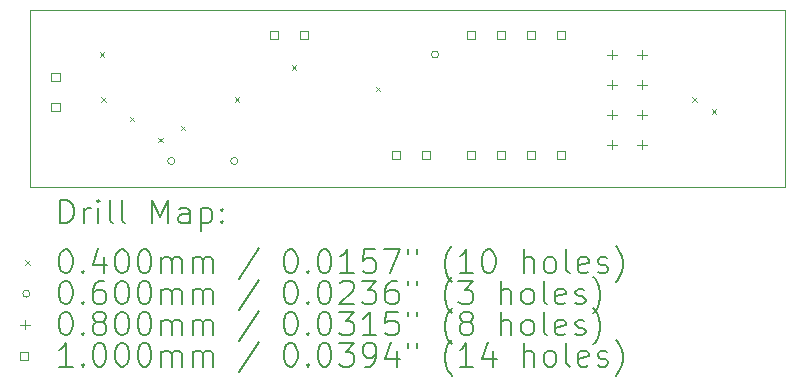
<source format=gbr>
%TF.GenerationSoftware,KiCad,Pcbnew,6.0.11*%
%TF.CreationDate,2024-08-22T19:43:11+01:00*%
%TF.ProjectId,ESPower,4553506f-7765-4722-9e6b-696361645f70,rev?*%
%TF.SameCoordinates,PX4f54d68PY59a0560*%
%TF.FileFunction,Drillmap*%
%TF.FilePolarity,Positive*%
%FSLAX45Y45*%
G04 Gerber Fmt 4.5, Leading zero omitted, Abs format (unit mm)*
G04 Created by KiCad (PCBNEW 6.0.11) date 2024-08-22 19:43:11*
%MOMM*%
%LPD*%
G01*
G04 APERTURE LIST*
%ADD10C,0.050000*%
%ADD11C,0.200000*%
%ADD12C,0.040000*%
%ADD13C,0.060000*%
%ADD14C,0.080000*%
%ADD15C,0.100000*%
G04 APERTURE END LIST*
D10*
X0Y-1498600D02*
X0Y0D01*
X0Y0D02*
X6388100Y0D01*
X6388100Y-1498600D02*
X0Y-1498600D01*
X6388100Y0D02*
X6388100Y-1498600D01*
D11*
D12*
X589600Y-361000D02*
X629600Y-401000D01*
X629600Y-361000D02*
X589600Y-401000D01*
X602300Y-742000D02*
X642300Y-782000D01*
X642300Y-742000D02*
X602300Y-782000D01*
X843600Y-907100D02*
X883600Y-947100D01*
X883600Y-907100D02*
X843600Y-947100D01*
X1084900Y-1084900D02*
X1124900Y-1124900D01*
X1124900Y-1084900D02*
X1084900Y-1124900D01*
X1275400Y-983300D02*
X1315400Y-1023300D01*
X1315400Y-983300D02*
X1275400Y-1023300D01*
X1732600Y-742000D02*
X1772600Y-782000D01*
X1772600Y-742000D02*
X1732600Y-782000D01*
X2213900Y-474000D02*
X2253900Y-514000D01*
X2253900Y-474000D02*
X2213900Y-514000D01*
X2926400Y-653100D02*
X2966400Y-693100D01*
X2966400Y-653100D02*
X2926400Y-693100D01*
X5606100Y-742000D02*
X5646100Y-782000D01*
X5646100Y-742000D02*
X5606100Y-782000D01*
X5771200Y-843600D02*
X5811200Y-883600D01*
X5811200Y-843600D02*
X5771200Y-883600D01*
D13*
X1223800Y-1282700D02*
G75*
G03*
X1223800Y-1282700I-30000J0D01*
G01*
X1757200Y-1282700D02*
G75*
G03*
X1757200Y-1282700I-30000J0D01*
G01*
X3459000Y-381000D02*
G75*
G03*
X3459000Y-381000I-30000J0D01*
G01*
D14*
X4927600Y-341000D02*
X4927600Y-421000D01*
X4887600Y-381000D02*
X4967600Y-381000D01*
X4927600Y-595000D02*
X4927600Y-675000D01*
X4887600Y-635000D02*
X4967600Y-635000D01*
X4927600Y-849000D02*
X4927600Y-929000D01*
X4887600Y-889000D02*
X4967600Y-889000D01*
X4927600Y-1103000D02*
X4927600Y-1183000D01*
X4887600Y-1143000D02*
X4967600Y-1143000D01*
X5181600Y-341000D02*
X5181600Y-421000D01*
X5141600Y-381000D02*
X5221600Y-381000D01*
X5181600Y-595000D02*
X5181600Y-675000D01*
X5141600Y-635000D02*
X5221600Y-635000D01*
X5181600Y-849000D02*
X5181600Y-929000D01*
X5141600Y-889000D02*
X5221600Y-889000D01*
X5181600Y-1103000D02*
X5181600Y-1183000D01*
X5141600Y-1143000D02*
X5221600Y-1143000D01*
D15*
X251256Y-606856D02*
X251256Y-536144D01*
X180544Y-536144D01*
X180544Y-606856D01*
X251256Y-606856D01*
X251256Y-860856D02*
X251256Y-790144D01*
X180544Y-790144D01*
X180544Y-860856D01*
X251256Y-860856D01*
X2102956Y-251256D02*
X2102956Y-180544D01*
X2032244Y-180544D01*
X2032244Y-251256D01*
X2102956Y-251256D01*
X2356956Y-251256D02*
X2356956Y-180544D01*
X2286244Y-180544D01*
X2286244Y-251256D01*
X2356956Y-251256D01*
X3134156Y-1267256D02*
X3134156Y-1196544D01*
X3063444Y-1196544D01*
X3063444Y-1267256D01*
X3134156Y-1267256D01*
X3388156Y-1267256D02*
X3388156Y-1196544D01*
X3317444Y-1196544D01*
X3317444Y-1267256D01*
X3388156Y-1267256D01*
X3769156Y-251256D02*
X3769156Y-180544D01*
X3698444Y-180544D01*
X3698444Y-251256D01*
X3769156Y-251256D01*
X3769156Y-1267256D02*
X3769156Y-1196544D01*
X3698444Y-1196544D01*
X3698444Y-1267256D01*
X3769156Y-1267256D01*
X4023156Y-251256D02*
X4023156Y-180544D01*
X3952444Y-180544D01*
X3952444Y-251256D01*
X4023156Y-251256D01*
X4023156Y-1267256D02*
X4023156Y-1196544D01*
X3952444Y-1196544D01*
X3952444Y-1267256D01*
X4023156Y-1267256D01*
X4277156Y-251256D02*
X4277156Y-180544D01*
X4206444Y-180544D01*
X4206444Y-251256D01*
X4277156Y-251256D01*
X4277156Y-1267256D02*
X4277156Y-1196544D01*
X4206444Y-1196544D01*
X4206444Y-1267256D01*
X4277156Y-1267256D01*
X4531156Y-251256D02*
X4531156Y-180544D01*
X4460444Y-180544D01*
X4460444Y-251256D01*
X4531156Y-251256D01*
X4531156Y-1267256D02*
X4531156Y-1196544D01*
X4460444Y-1196544D01*
X4460444Y-1267256D01*
X4531156Y-1267256D01*
D11*
X255119Y-1811576D02*
X255119Y-1611576D01*
X302738Y-1611576D01*
X331310Y-1621100D01*
X350357Y-1640148D01*
X359881Y-1659195D01*
X369405Y-1697290D01*
X369405Y-1725862D01*
X359881Y-1763957D01*
X350357Y-1783005D01*
X331310Y-1802052D01*
X302738Y-1811576D01*
X255119Y-1811576D01*
X455119Y-1811576D02*
X455119Y-1678243D01*
X455119Y-1716338D02*
X464643Y-1697290D01*
X474167Y-1687767D01*
X493214Y-1678243D01*
X512262Y-1678243D01*
X578929Y-1811576D02*
X578929Y-1678243D01*
X578929Y-1611576D02*
X569405Y-1621100D01*
X578929Y-1630624D01*
X588452Y-1621100D01*
X578929Y-1611576D01*
X578929Y-1630624D01*
X702738Y-1811576D02*
X683690Y-1802052D01*
X674167Y-1783005D01*
X674167Y-1611576D01*
X807500Y-1811576D02*
X788452Y-1802052D01*
X778928Y-1783005D01*
X778928Y-1611576D01*
X1036071Y-1811576D02*
X1036071Y-1611576D01*
X1102738Y-1754433D01*
X1169405Y-1611576D01*
X1169405Y-1811576D01*
X1350357Y-1811576D02*
X1350357Y-1706814D01*
X1340833Y-1687767D01*
X1321786Y-1678243D01*
X1283690Y-1678243D01*
X1264643Y-1687767D01*
X1350357Y-1802052D02*
X1331310Y-1811576D01*
X1283690Y-1811576D01*
X1264643Y-1802052D01*
X1255119Y-1783005D01*
X1255119Y-1763957D01*
X1264643Y-1744909D01*
X1283690Y-1735386D01*
X1331310Y-1735386D01*
X1350357Y-1725862D01*
X1445595Y-1678243D02*
X1445595Y-1878243D01*
X1445595Y-1687767D02*
X1464643Y-1678243D01*
X1502738Y-1678243D01*
X1521786Y-1687767D01*
X1531309Y-1697290D01*
X1540833Y-1716338D01*
X1540833Y-1773481D01*
X1531309Y-1792528D01*
X1521786Y-1802052D01*
X1502738Y-1811576D01*
X1464643Y-1811576D01*
X1445595Y-1802052D01*
X1626548Y-1792528D02*
X1636071Y-1802052D01*
X1626548Y-1811576D01*
X1617024Y-1802052D01*
X1626548Y-1792528D01*
X1626548Y-1811576D01*
X1626548Y-1687767D02*
X1636071Y-1697290D01*
X1626548Y-1706814D01*
X1617024Y-1697290D01*
X1626548Y-1687767D01*
X1626548Y-1706814D01*
D12*
X-42500Y-2121100D02*
X-2500Y-2161100D01*
X-2500Y-2121100D02*
X-42500Y-2161100D01*
D11*
X293214Y-2031576D02*
X312262Y-2031576D01*
X331310Y-2041100D01*
X340833Y-2050624D01*
X350357Y-2069671D01*
X359881Y-2107767D01*
X359881Y-2155386D01*
X350357Y-2193481D01*
X340833Y-2212529D01*
X331310Y-2222052D01*
X312262Y-2231576D01*
X293214Y-2231576D01*
X274167Y-2222052D01*
X264643Y-2212529D01*
X255119Y-2193481D01*
X245595Y-2155386D01*
X245595Y-2107767D01*
X255119Y-2069671D01*
X264643Y-2050624D01*
X274167Y-2041100D01*
X293214Y-2031576D01*
X445595Y-2212529D02*
X455119Y-2222052D01*
X445595Y-2231576D01*
X436071Y-2222052D01*
X445595Y-2212529D01*
X445595Y-2231576D01*
X626548Y-2098243D02*
X626548Y-2231576D01*
X578929Y-2022052D02*
X531310Y-2164910D01*
X655119Y-2164910D01*
X769405Y-2031576D02*
X788452Y-2031576D01*
X807500Y-2041100D01*
X817024Y-2050624D01*
X826548Y-2069671D01*
X836071Y-2107767D01*
X836071Y-2155386D01*
X826548Y-2193481D01*
X817024Y-2212529D01*
X807500Y-2222052D01*
X788452Y-2231576D01*
X769405Y-2231576D01*
X750357Y-2222052D01*
X740833Y-2212529D01*
X731309Y-2193481D01*
X721786Y-2155386D01*
X721786Y-2107767D01*
X731309Y-2069671D01*
X740833Y-2050624D01*
X750357Y-2041100D01*
X769405Y-2031576D01*
X959881Y-2031576D02*
X978928Y-2031576D01*
X997976Y-2041100D01*
X1007500Y-2050624D01*
X1017024Y-2069671D01*
X1026548Y-2107767D01*
X1026548Y-2155386D01*
X1017024Y-2193481D01*
X1007500Y-2212529D01*
X997976Y-2222052D01*
X978928Y-2231576D01*
X959881Y-2231576D01*
X940833Y-2222052D01*
X931309Y-2212529D01*
X921786Y-2193481D01*
X912262Y-2155386D01*
X912262Y-2107767D01*
X921786Y-2069671D01*
X931309Y-2050624D01*
X940833Y-2041100D01*
X959881Y-2031576D01*
X1112262Y-2231576D02*
X1112262Y-2098243D01*
X1112262Y-2117290D02*
X1121786Y-2107767D01*
X1140833Y-2098243D01*
X1169405Y-2098243D01*
X1188452Y-2107767D01*
X1197976Y-2126814D01*
X1197976Y-2231576D01*
X1197976Y-2126814D02*
X1207500Y-2107767D01*
X1226548Y-2098243D01*
X1255119Y-2098243D01*
X1274167Y-2107767D01*
X1283690Y-2126814D01*
X1283690Y-2231576D01*
X1378929Y-2231576D02*
X1378929Y-2098243D01*
X1378929Y-2117290D02*
X1388452Y-2107767D01*
X1407500Y-2098243D01*
X1436071Y-2098243D01*
X1455119Y-2107767D01*
X1464643Y-2126814D01*
X1464643Y-2231576D01*
X1464643Y-2126814D02*
X1474167Y-2107767D01*
X1493214Y-2098243D01*
X1521786Y-2098243D01*
X1540833Y-2107767D01*
X1550357Y-2126814D01*
X1550357Y-2231576D01*
X1940833Y-2022052D02*
X1769405Y-2279195D01*
X2197976Y-2031576D02*
X2217024Y-2031576D01*
X2236071Y-2041100D01*
X2245595Y-2050624D01*
X2255119Y-2069671D01*
X2264643Y-2107767D01*
X2264643Y-2155386D01*
X2255119Y-2193481D01*
X2245595Y-2212529D01*
X2236071Y-2222052D01*
X2217024Y-2231576D01*
X2197976Y-2231576D01*
X2178929Y-2222052D01*
X2169405Y-2212529D01*
X2159881Y-2193481D01*
X2150357Y-2155386D01*
X2150357Y-2107767D01*
X2159881Y-2069671D01*
X2169405Y-2050624D01*
X2178929Y-2041100D01*
X2197976Y-2031576D01*
X2350357Y-2212529D02*
X2359881Y-2222052D01*
X2350357Y-2231576D01*
X2340833Y-2222052D01*
X2350357Y-2212529D01*
X2350357Y-2231576D01*
X2483690Y-2031576D02*
X2502738Y-2031576D01*
X2521786Y-2041100D01*
X2531310Y-2050624D01*
X2540833Y-2069671D01*
X2550357Y-2107767D01*
X2550357Y-2155386D01*
X2540833Y-2193481D01*
X2531310Y-2212529D01*
X2521786Y-2222052D01*
X2502738Y-2231576D01*
X2483690Y-2231576D01*
X2464643Y-2222052D01*
X2455119Y-2212529D01*
X2445595Y-2193481D01*
X2436071Y-2155386D01*
X2436071Y-2107767D01*
X2445595Y-2069671D01*
X2455119Y-2050624D01*
X2464643Y-2041100D01*
X2483690Y-2031576D01*
X2740833Y-2231576D02*
X2626548Y-2231576D01*
X2683690Y-2231576D02*
X2683690Y-2031576D01*
X2664643Y-2060148D01*
X2645595Y-2079195D01*
X2626548Y-2088719D01*
X2921786Y-2031576D02*
X2826548Y-2031576D01*
X2817024Y-2126814D01*
X2826548Y-2117290D01*
X2845595Y-2107767D01*
X2893214Y-2107767D01*
X2912262Y-2117290D01*
X2921786Y-2126814D01*
X2931309Y-2145862D01*
X2931309Y-2193481D01*
X2921786Y-2212529D01*
X2912262Y-2222052D01*
X2893214Y-2231576D01*
X2845595Y-2231576D01*
X2826548Y-2222052D01*
X2817024Y-2212529D01*
X2997976Y-2031576D02*
X3131309Y-2031576D01*
X3045595Y-2231576D01*
X3197976Y-2031576D02*
X3197976Y-2069671D01*
X3274167Y-2031576D02*
X3274167Y-2069671D01*
X3569405Y-2307767D02*
X3559881Y-2298243D01*
X3540833Y-2269671D01*
X3531309Y-2250624D01*
X3521786Y-2222052D01*
X3512262Y-2174433D01*
X3512262Y-2136338D01*
X3521786Y-2088719D01*
X3531309Y-2060148D01*
X3540833Y-2041100D01*
X3559881Y-2012528D01*
X3569405Y-2003005D01*
X3750357Y-2231576D02*
X3636071Y-2231576D01*
X3693214Y-2231576D02*
X3693214Y-2031576D01*
X3674167Y-2060148D01*
X3655119Y-2079195D01*
X3636071Y-2088719D01*
X3874167Y-2031576D02*
X3893214Y-2031576D01*
X3912262Y-2041100D01*
X3921786Y-2050624D01*
X3931309Y-2069671D01*
X3940833Y-2107767D01*
X3940833Y-2155386D01*
X3931309Y-2193481D01*
X3921786Y-2212529D01*
X3912262Y-2222052D01*
X3893214Y-2231576D01*
X3874167Y-2231576D01*
X3855119Y-2222052D01*
X3845595Y-2212529D01*
X3836071Y-2193481D01*
X3826548Y-2155386D01*
X3826548Y-2107767D01*
X3836071Y-2069671D01*
X3845595Y-2050624D01*
X3855119Y-2041100D01*
X3874167Y-2031576D01*
X4178928Y-2231576D02*
X4178928Y-2031576D01*
X4264643Y-2231576D02*
X4264643Y-2126814D01*
X4255119Y-2107767D01*
X4236071Y-2098243D01*
X4207500Y-2098243D01*
X4188452Y-2107767D01*
X4178928Y-2117290D01*
X4388452Y-2231576D02*
X4369405Y-2222052D01*
X4359881Y-2212529D01*
X4350357Y-2193481D01*
X4350357Y-2136338D01*
X4359881Y-2117290D01*
X4369405Y-2107767D01*
X4388452Y-2098243D01*
X4417024Y-2098243D01*
X4436071Y-2107767D01*
X4445595Y-2117290D01*
X4455119Y-2136338D01*
X4455119Y-2193481D01*
X4445595Y-2212529D01*
X4436071Y-2222052D01*
X4417024Y-2231576D01*
X4388452Y-2231576D01*
X4569405Y-2231576D02*
X4550357Y-2222052D01*
X4540833Y-2203005D01*
X4540833Y-2031576D01*
X4721786Y-2222052D02*
X4702738Y-2231576D01*
X4664643Y-2231576D01*
X4645595Y-2222052D01*
X4636071Y-2203005D01*
X4636071Y-2126814D01*
X4645595Y-2107767D01*
X4664643Y-2098243D01*
X4702738Y-2098243D01*
X4721786Y-2107767D01*
X4731310Y-2126814D01*
X4731310Y-2145862D01*
X4636071Y-2164910D01*
X4807500Y-2222052D02*
X4826548Y-2231576D01*
X4864643Y-2231576D01*
X4883690Y-2222052D01*
X4893214Y-2203005D01*
X4893214Y-2193481D01*
X4883690Y-2174433D01*
X4864643Y-2164910D01*
X4836071Y-2164910D01*
X4817024Y-2155386D01*
X4807500Y-2136338D01*
X4807500Y-2126814D01*
X4817024Y-2107767D01*
X4836071Y-2098243D01*
X4864643Y-2098243D01*
X4883690Y-2107767D01*
X4959881Y-2307767D02*
X4969405Y-2298243D01*
X4988452Y-2269671D01*
X4997976Y-2250624D01*
X5007500Y-2222052D01*
X5017024Y-2174433D01*
X5017024Y-2136338D01*
X5007500Y-2088719D01*
X4997976Y-2060148D01*
X4988452Y-2041100D01*
X4969405Y-2012528D01*
X4959881Y-2003005D01*
D13*
X-2500Y-2405100D02*
G75*
G03*
X-2500Y-2405100I-30000J0D01*
G01*
D11*
X293214Y-2295576D02*
X312262Y-2295576D01*
X331310Y-2305100D01*
X340833Y-2314624D01*
X350357Y-2333671D01*
X359881Y-2371767D01*
X359881Y-2419386D01*
X350357Y-2457481D01*
X340833Y-2476529D01*
X331310Y-2486052D01*
X312262Y-2495576D01*
X293214Y-2495576D01*
X274167Y-2486052D01*
X264643Y-2476529D01*
X255119Y-2457481D01*
X245595Y-2419386D01*
X245595Y-2371767D01*
X255119Y-2333671D01*
X264643Y-2314624D01*
X274167Y-2305100D01*
X293214Y-2295576D01*
X445595Y-2476529D02*
X455119Y-2486052D01*
X445595Y-2495576D01*
X436071Y-2486052D01*
X445595Y-2476529D01*
X445595Y-2495576D01*
X626548Y-2295576D02*
X588452Y-2295576D01*
X569405Y-2305100D01*
X559881Y-2314624D01*
X540833Y-2343195D01*
X531310Y-2381290D01*
X531310Y-2457481D01*
X540833Y-2476529D01*
X550357Y-2486052D01*
X569405Y-2495576D01*
X607500Y-2495576D01*
X626548Y-2486052D01*
X636071Y-2476529D01*
X645595Y-2457481D01*
X645595Y-2409862D01*
X636071Y-2390814D01*
X626548Y-2381290D01*
X607500Y-2371767D01*
X569405Y-2371767D01*
X550357Y-2381290D01*
X540833Y-2390814D01*
X531310Y-2409862D01*
X769405Y-2295576D02*
X788452Y-2295576D01*
X807500Y-2305100D01*
X817024Y-2314624D01*
X826548Y-2333671D01*
X836071Y-2371767D01*
X836071Y-2419386D01*
X826548Y-2457481D01*
X817024Y-2476529D01*
X807500Y-2486052D01*
X788452Y-2495576D01*
X769405Y-2495576D01*
X750357Y-2486052D01*
X740833Y-2476529D01*
X731309Y-2457481D01*
X721786Y-2419386D01*
X721786Y-2371767D01*
X731309Y-2333671D01*
X740833Y-2314624D01*
X750357Y-2305100D01*
X769405Y-2295576D01*
X959881Y-2295576D02*
X978928Y-2295576D01*
X997976Y-2305100D01*
X1007500Y-2314624D01*
X1017024Y-2333671D01*
X1026548Y-2371767D01*
X1026548Y-2419386D01*
X1017024Y-2457481D01*
X1007500Y-2476529D01*
X997976Y-2486052D01*
X978928Y-2495576D01*
X959881Y-2495576D01*
X940833Y-2486052D01*
X931309Y-2476529D01*
X921786Y-2457481D01*
X912262Y-2419386D01*
X912262Y-2371767D01*
X921786Y-2333671D01*
X931309Y-2314624D01*
X940833Y-2305100D01*
X959881Y-2295576D01*
X1112262Y-2495576D02*
X1112262Y-2362243D01*
X1112262Y-2381290D02*
X1121786Y-2371767D01*
X1140833Y-2362243D01*
X1169405Y-2362243D01*
X1188452Y-2371767D01*
X1197976Y-2390814D01*
X1197976Y-2495576D01*
X1197976Y-2390814D02*
X1207500Y-2371767D01*
X1226548Y-2362243D01*
X1255119Y-2362243D01*
X1274167Y-2371767D01*
X1283690Y-2390814D01*
X1283690Y-2495576D01*
X1378929Y-2495576D02*
X1378929Y-2362243D01*
X1378929Y-2381290D02*
X1388452Y-2371767D01*
X1407500Y-2362243D01*
X1436071Y-2362243D01*
X1455119Y-2371767D01*
X1464643Y-2390814D01*
X1464643Y-2495576D01*
X1464643Y-2390814D02*
X1474167Y-2371767D01*
X1493214Y-2362243D01*
X1521786Y-2362243D01*
X1540833Y-2371767D01*
X1550357Y-2390814D01*
X1550357Y-2495576D01*
X1940833Y-2286052D02*
X1769405Y-2543195D01*
X2197976Y-2295576D02*
X2217024Y-2295576D01*
X2236071Y-2305100D01*
X2245595Y-2314624D01*
X2255119Y-2333671D01*
X2264643Y-2371767D01*
X2264643Y-2419386D01*
X2255119Y-2457481D01*
X2245595Y-2476529D01*
X2236071Y-2486052D01*
X2217024Y-2495576D01*
X2197976Y-2495576D01*
X2178929Y-2486052D01*
X2169405Y-2476529D01*
X2159881Y-2457481D01*
X2150357Y-2419386D01*
X2150357Y-2371767D01*
X2159881Y-2333671D01*
X2169405Y-2314624D01*
X2178929Y-2305100D01*
X2197976Y-2295576D01*
X2350357Y-2476529D02*
X2359881Y-2486052D01*
X2350357Y-2495576D01*
X2340833Y-2486052D01*
X2350357Y-2476529D01*
X2350357Y-2495576D01*
X2483690Y-2295576D02*
X2502738Y-2295576D01*
X2521786Y-2305100D01*
X2531310Y-2314624D01*
X2540833Y-2333671D01*
X2550357Y-2371767D01*
X2550357Y-2419386D01*
X2540833Y-2457481D01*
X2531310Y-2476529D01*
X2521786Y-2486052D01*
X2502738Y-2495576D01*
X2483690Y-2495576D01*
X2464643Y-2486052D01*
X2455119Y-2476529D01*
X2445595Y-2457481D01*
X2436071Y-2419386D01*
X2436071Y-2371767D01*
X2445595Y-2333671D01*
X2455119Y-2314624D01*
X2464643Y-2305100D01*
X2483690Y-2295576D01*
X2626548Y-2314624D02*
X2636071Y-2305100D01*
X2655119Y-2295576D01*
X2702738Y-2295576D01*
X2721786Y-2305100D01*
X2731310Y-2314624D01*
X2740833Y-2333671D01*
X2740833Y-2352719D01*
X2731310Y-2381290D01*
X2617024Y-2495576D01*
X2740833Y-2495576D01*
X2807500Y-2295576D02*
X2931309Y-2295576D01*
X2864643Y-2371767D01*
X2893214Y-2371767D01*
X2912262Y-2381290D01*
X2921786Y-2390814D01*
X2931309Y-2409862D01*
X2931309Y-2457481D01*
X2921786Y-2476529D01*
X2912262Y-2486052D01*
X2893214Y-2495576D01*
X2836071Y-2495576D01*
X2817024Y-2486052D01*
X2807500Y-2476529D01*
X3102738Y-2295576D02*
X3064643Y-2295576D01*
X3045595Y-2305100D01*
X3036071Y-2314624D01*
X3017024Y-2343195D01*
X3007500Y-2381290D01*
X3007500Y-2457481D01*
X3017024Y-2476529D01*
X3026548Y-2486052D01*
X3045595Y-2495576D01*
X3083690Y-2495576D01*
X3102738Y-2486052D01*
X3112262Y-2476529D01*
X3121786Y-2457481D01*
X3121786Y-2409862D01*
X3112262Y-2390814D01*
X3102738Y-2381290D01*
X3083690Y-2371767D01*
X3045595Y-2371767D01*
X3026548Y-2381290D01*
X3017024Y-2390814D01*
X3007500Y-2409862D01*
X3197976Y-2295576D02*
X3197976Y-2333671D01*
X3274167Y-2295576D02*
X3274167Y-2333671D01*
X3569405Y-2571767D02*
X3559881Y-2562243D01*
X3540833Y-2533671D01*
X3531309Y-2514624D01*
X3521786Y-2486052D01*
X3512262Y-2438433D01*
X3512262Y-2400338D01*
X3521786Y-2352719D01*
X3531309Y-2324148D01*
X3540833Y-2305100D01*
X3559881Y-2276529D01*
X3569405Y-2267005D01*
X3626548Y-2295576D02*
X3750357Y-2295576D01*
X3683690Y-2371767D01*
X3712262Y-2371767D01*
X3731309Y-2381290D01*
X3740833Y-2390814D01*
X3750357Y-2409862D01*
X3750357Y-2457481D01*
X3740833Y-2476529D01*
X3731309Y-2486052D01*
X3712262Y-2495576D01*
X3655119Y-2495576D01*
X3636071Y-2486052D01*
X3626548Y-2476529D01*
X3988452Y-2495576D02*
X3988452Y-2295576D01*
X4074167Y-2495576D02*
X4074167Y-2390814D01*
X4064643Y-2371767D01*
X4045595Y-2362243D01*
X4017024Y-2362243D01*
X3997976Y-2371767D01*
X3988452Y-2381290D01*
X4197976Y-2495576D02*
X4178928Y-2486052D01*
X4169405Y-2476529D01*
X4159881Y-2457481D01*
X4159881Y-2400338D01*
X4169405Y-2381290D01*
X4178928Y-2371767D01*
X4197976Y-2362243D01*
X4226548Y-2362243D01*
X4245595Y-2371767D01*
X4255119Y-2381290D01*
X4264643Y-2400338D01*
X4264643Y-2457481D01*
X4255119Y-2476529D01*
X4245595Y-2486052D01*
X4226548Y-2495576D01*
X4197976Y-2495576D01*
X4378929Y-2495576D02*
X4359881Y-2486052D01*
X4350357Y-2467005D01*
X4350357Y-2295576D01*
X4531310Y-2486052D02*
X4512262Y-2495576D01*
X4474167Y-2495576D01*
X4455119Y-2486052D01*
X4445595Y-2467005D01*
X4445595Y-2390814D01*
X4455119Y-2371767D01*
X4474167Y-2362243D01*
X4512262Y-2362243D01*
X4531310Y-2371767D01*
X4540833Y-2390814D01*
X4540833Y-2409862D01*
X4445595Y-2428910D01*
X4617024Y-2486052D02*
X4636071Y-2495576D01*
X4674167Y-2495576D01*
X4693214Y-2486052D01*
X4702738Y-2467005D01*
X4702738Y-2457481D01*
X4693214Y-2438433D01*
X4674167Y-2428910D01*
X4645595Y-2428910D01*
X4626548Y-2419386D01*
X4617024Y-2400338D01*
X4617024Y-2390814D01*
X4626548Y-2371767D01*
X4645595Y-2362243D01*
X4674167Y-2362243D01*
X4693214Y-2371767D01*
X4769405Y-2571767D02*
X4778929Y-2562243D01*
X4797976Y-2533671D01*
X4807500Y-2514624D01*
X4817024Y-2486052D01*
X4826548Y-2438433D01*
X4826548Y-2400338D01*
X4817024Y-2352719D01*
X4807500Y-2324148D01*
X4797976Y-2305100D01*
X4778929Y-2276529D01*
X4769405Y-2267005D01*
D14*
X-42500Y-2629100D02*
X-42500Y-2709100D01*
X-82500Y-2669100D02*
X-2500Y-2669100D01*
D11*
X293214Y-2559576D02*
X312262Y-2559576D01*
X331310Y-2569100D01*
X340833Y-2578624D01*
X350357Y-2597671D01*
X359881Y-2635767D01*
X359881Y-2683386D01*
X350357Y-2721481D01*
X340833Y-2740529D01*
X331310Y-2750052D01*
X312262Y-2759576D01*
X293214Y-2759576D01*
X274167Y-2750052D01*
X264643Y-2740529D01*
X255119Y-2721481D01*
X245595Y-2683386D01*
X245595Y-2635767D01*
X255119Y-2597671D01*
X264643Y-2578624D01*
X274167Y-2569100D01*
X293214Y-2559576D01*
X445595Y-2740529D02*
X455119Y-2750052D01*
X445595Y-2759576D01*
X436071Y-2750052D01*
X445595Y-2740529D01*
X445595Y-2759576D01*
X569405Y-2645290D02*
X550357Y-2635767D01*
X540833Y-2626243D01*
X531310Y-2607195D01*
X531310Y-2597671D01*
X540833Y-2578624D01*
X550357Y-2569100D01*
X569405Y-2559576D01*
X607500Y-2559576D01*
X626548Y-2569100D01*
X636071Y-2578624D01*
X645595Y-2597671D01*
X645595Y-2607195D01*
X636071Y-2626243D01*
X626548Y-2635767D01*
X607500Y-2645290D01*
X569405Y-2645290D01*
X550357Y-2654814D01*
X540833Y-2664338D01*
X531310Y-2683386D01*
X531310Y-2721481D01*
X540833Y-2740529D01*
X550357Y-2750052D01*
X569405Y-2759576D01*
X607500Y-2759576D01*
X626548Y-2750052D01*
X636071Y-2740529D01*
X645595Y-2721481D01*
X645595Y-2683386D01*
X636071Y-2664338D01*
X626548Y-2654814D01*
X607500Y-2645290D01*
X769405Y-2559576D02*
X788452Y-2559576D01*
X807500Y-2569100D01*
X817024Y-2578624D01*
X826548Y-2597671D01*
X836071Y-2635767D01*
X836071Y-2683386D01*
X826548Y-2721481D01*
X817024Y-2740529D01*
X807500Y-2750052D01*
X788452Y-2759576D01*
X769405Y-2759576D01*
X750357Y-2750052D01*
X740833Y-2740529D01*
X731309Y-2721481D01*
X721786Y-2683386D01*
X721786Y-2635767D01*
X731309Y-2597671D01*
X740833Y-2578624D01*
X750357Y-2569100D01*
X769405Y-2559576D01*
X959881Y-2559576D02*
X978928Y-2559576D01*
X997976Y-2569100D01*
X1007500Y-2578624D01*
X1017024Y-2597671D01*
X1026548Y-2635767D01*
X1026548Y-2683386D01*
X1017024Y-2721481D01*
X1007500Y-2740529D01*
X997976Y-2750052D01*
X978928Y-2759576D01*
X959881Y-2759576D01*
X940833Y-2750052D01*
X931309Y-2740529D01*
X921786Y-2721481D01*
X912262Y-2683386D01*
X912262Y-2635767D01*
X921786Y-2597671D01*
X931309Y-2578624D01*
X940833Y-2569100D01*
X959881Y-2559576D01*
X1112262Y-2759576D02*
X1112262Y-2626243D01*
X1112262Y-2645290D02*
X1121786Y-2635767D01*
X1140833Y-2626243D01*
X1169405Y-2626243D01*
X1188452Y-2635767D01*
X1197976Y-2654814D01*
X1197976Y-2759576D01*
X1197976Y-2654814D02*
X1207500Y-2635767D01*
X1226548Y-2626243D01*
X1255119Y-2626243D01*
X1274167Y-2635767D01*
X1283690Y-2654814D01*
X1283690Y-2759576D01*
X1378929Y-2759576D02*
X1378929Y-2626243D01*
X1378929Y-2645290D02*
X1388452Y-2635767D01*
X1407500Y-2626243D01*
X1436071Y-2626243D01*
X1455119Y-2635767D01*
X1464643Y-2654814D01*
X1464643Y-2759576D01*
X1464643Y-2654814D02*
X1474167Y-2635767D01*
X1493214Y-2626243D01*
X1521786Y-2626243D01*
X1540833Y-2635767D01*
X1550357Y-2654814D01*
X1550357Y-2759576D01*
X1940833Y-2550052D02*
X1769405Y-2807195D01*
X2197976Y-2559576D02*
X2217024Y-2559576D01*
X2236071Y-2569100D01*
X2245595Y-2578624D01*
X2255119Y-2597671D01*
X2264643Y-2635767D01*
X2264643Y-2683386D01*
X2255119Y-2721481D01*
X2245595Y-2740529D01*
X2236071Y-2750052D01*
X2217024Y-2759576D01*
X2197976Y-2759576D01*
X2178929Y-2750052D01*
X2169405Y-2740529D01*
X2159881Y-2721481D01*
X2150357Y-2683386D01*
X2150357Y-2635767D01*
X2159881Y-2597671D01*
X2169405Y-2578624D01*
X2178929Y-2569100D01*
X2197976Y-2559576D01*
X2350357Y-2740529D02*
X2359881Y-2750052D01*
X2350357Y-2759576D01*
X2340833Y-2750052D01*
X2350357Y-2740529D01*
X2350357Y-2759576D01*
X2483690Y-2559576D02*
X2502738Y-2559576D01*
X2521786Y-2569100D01*
X2531310Y-2578624D01*
X2540833Y-2597671D01*
X2550357Y-2635767D01*
X2550357Y-2683386D01*
X2540833Y-2721481D01*
X2531310Y-2740529D01*
X2521786Y-2750052D01*
X2502738Y-2759576D01*
X2483690Y-2759576D01*
X2464643Y-2750052D01*
X2455119Y-2740529D01*
X2445595Y-2721481D01*
X2436071Y-2683386D01*
X2436071Y-2635767D01*
X2445595Y-2597671D01*
X2455119Y-2578624D01*
X2464643Y-2569100D01*
X2483690Y-2559576D01*
X2617024Y-2559576D02*
X2740833Y-2559576D01*
X2674167Y-2635767D01*
X2702738Y-2635767D01*
X2721786Y-2645290D01*
X2731310Y-2654814D01*
X2740833Y-2673862D01*
X2740833Y-2721481D01*
X2731310Y-2740529D01*
X2721786Y-2750052D01*
X2702738Y-2759576D01*
X2645595Y-2759576D01*
X2626548Y-2750052D01*
X2617024Y-2740529D01*
X2931309Y-2759576D02*
X2817024Y-2759576D01*
X2874167Y-2759576D02*
X2874167Y-2559576D01*
X2855119Y-2588148D01*
X2836071Y-2607195D01*
X2817024Y-2616719D01*
X3112262Y-2559576D02*
X3017024Y-2559576D01*
X3007500Y-2654814D01*
X3017024Y-2645290D01*
X3036071Y-2635767D01*
X3083690Y-2635767D01*
X3102738Y-2645290D01*
X3112262Y-2654814D01*
X3121786Y-2673862D01*
X3121786Y-2721481D01*
X3112262Y-2740529D01*
X3102738Y-2750052D01*
X3083690Y-2759576D01*
X3036071Y-2759576D01*
X3017024Y-2750052D01*
X3007500Y-2740529D01*
X3197976Y-2559576D02*
X3197976Y-2597671D01*
X3274167Y-2559576D02*
X3274167Y-2597671D01*
X3569405Y-2835767D02*
X3559881Y-2826243D01*
X3540833Y-2797671D01*
X3531309Y-2778624D01*
X3521786Y-2750052D01*
X3512262Y-2702433D01*
X3512262Y-2664338D01*
X3521786Y-2616719D01*
X3531309Y-2588148D01*
X3540833Y-2569100D01*
X3559881Y-2540529D01*
X3569405Y-2531005D01*
X3674167Y-2645290D02*
X3655119Y-2635767D01*
X3645595Y-2626243D01*
X3636071Y-2607195D01*
X3636071Y-2597671D01*
X3645595Y-2578624D01*
X3655119Y-2569100D01*
X3674167Y-2559576D01*
X3712262Y-2559576D01*
X3731309Y-2569100D01*
X3740833Y-2578624D01*
X3750357Y-2597671D01*
X3750357Y-2607195D01*
X3740833Y-2626243D01*
X3731309Y-2635767D01*
X3712262Y-2645290D01*
X3674167Y-2645290D01*
X3655119Y-2654814D01*
X3645595Y-2664338D01*
X3636071Y-2683386D01*
X3636071Y-2721481D01*
X3645595Y-2740529D01*
X3655119Y-2750052D01*
X3674167Y-2759576D01*
X3712262Y-2759576D01*
X3731309Y-2750052D01*
X3740833Y-2740529D01*
X3750357Y-2721481D01*
X3750357Y-2683386D01*
X3740833Y-2664338D01*
X3731309Y-2654814D01*
X3712262Y-2645290D01*
X3988452Y-2759576D02*
X3988452Y-2559576D01*
X4074167Y-2759576D02*
X4074167Y-2654814D01*
X4064643Y-2635767D01*
X4045595Y-2626243D01*
X4017024Y-2626243D01*
X3997976Y-2635767D01*
X3988452Y-2645290D01*
X4197976Y-2759576D02*
X4178928Y-2750052D01*
X4169405Y-2740529D01*
X4159881Y-2721481D01*
X4159881Y-2664338D01*
X4169405Y-2645290D01*
X4178928Y-2635767D01*
X4197976Y-2626243D01*
X4226548Y-2626243D01*
X4245595Y-2635767D01*
X4255119Y-2645290D01*
X4264643Y-2664338D01*
X4264643Y-2721481D01*
X4255119Y-2740529D01*
X4245595Y-2750052D01*
X4226548Y-2759576D01*
X4197976Y-2759576D01*
X4378929Y-2759576D02*
X4359881Y-2750052D01*
X4350357Y-2731005D01*
X4350357Y-2559576D01*
X4531310Y-2750052D02*
X4512262Y-2759576D01*
X4474167Y-2759576D01*
X4455119Y-2750052D01*
X4445595Y-2731005D01*
X4445595Y-2654814D01*
X4455119Y-2635767D01*
X4474167Y-2626243D01*
X4512262Y-2626243D01*
X4531310Y-2635767D01*
X4540833Y-2654814D01*
X4540833Y-2673862D01*
X4445595Y-2692910D01*
X4617024Y-2750052D02*
X4636071Y-2759576D01*
X4674167Y-2759576D01*
X4693214Y-2750052D01*
X4702738Y-2731005D01*
X4702738Y-2721481D01*
X4693214Y-2702433D01*
X4674167Y-2692910D01*
X4645595Y-2692910D01*
X4626548Y-2683386D01*
X4617024Y-2664338D01*
X4617024Y-2654814D01*
X4626548Y-2635767D01*
X4645595Y-2626243D01*
X4674167Y-2626243D01*
X4693214Y-2635767D01*
X4769405Y-2835767D02*
X4778929Y-2826243D01*
X4797976Y-2797671D01*
X4807500Y-2778624D01*
X4817024Y-2750052D01*
X4826548Y-2702433D01*
X4826548Y-2664338D01*
X4817024Y-2616719D01*
X4807500Y-2588148D01*
X4797976Y-2569100D01*
X4778929Y-2540529D01*
X4769405Y-2531005D01*
D15*
X-17144Y-2968456D02*
X-17144Y-2897744D01*
X-87856Y-2897744D01*
X-87856Y-2968456D01*
X-17144Y-2968456D01*
D11*
X359881Y-3023576D02*
X245595Y-3023576D01*
X302738Y-3023576D02*
X302738Y-2823576D01*
X283690Y-2852148D01*
X264643Y-2871195D01*
X245595Y-2880719D01*
X445595Y-3004528D02*
X455119Y-3014052D01*
X445595Y-3023576D01*
X436071Y-3014052D01*
X445595Y-3004528D01*
X445595Y-3023576D01*
X578929Y-2823576D02*
X597976Y-2823576D01*
X617024Y-2833100D01*
X626548Y-2842624D01*
X636071Y-2861671D01*
X645595Y-2899767D01*
X645595Y-2947386D01*
X636071Y-2985481D01*
X626548Y-3004528D01*
X617024Y-3014052D01*
X597976Y-3023576D01*
X578929Y-3023576D01*
X559881Y-3014052D01*
X550357Y-3004528D01*
X540833Y-2985481D01*
X531310Y-2947386D01*
X531310Y-2899767D01*
X540833Y-2861671D01*
X550357Y-2842624D01*
X559881Y-2833100D01*
X578929Y-2823576D01*
X769405Y-2823576D02*
X788452Y-2823576D01*
X807500Y-2833100D01*
X817024Y-2842624D01*
X826548Y-2861671D01*
X836071Y-2899767D01*
X836071Y-2947386D01*
X826548Y-2985481D01*
X817024Y-3004528D01*
X807500Y-3014052D01*
X788452Y-3023576D01*
X769405Y-3023576D01*
X750357Y-3014052D01*
X740833Y-3004528D01*
X731309Y-2985481D01*
X721786Y-2947386D01*
X721786Y-2899767D01*
X731309Y-2861671D01*
X740833Y-2842624D01*
X750357Y-2833100D01*
X769405Y-2823576D01*
X959881Y-2823576D02*
X978928Y-2823576D01*
X997976Y-2833100D01*
X1007500Y-2842624D01*
X1017024Y-2861671D01*
X1026548Y-2899767D01*
X1026548Y-2947386D01*
X1017024Y-2985481D01*
X1007500Y-3004528D01*
X997976Y-3014052D01*
X978928Y-3023576D01*
X959881Y-3023576D01*
X940833Y-3014052D01*
X931309Y-3004528D01*
X921786Y-2985481D01*
X912262Y-2947386D01*
X912262Y-2899767D01*
X921786Y-2861671D01*
X931309Y-2842624D01*
X940833Y-2833100D01*
X959881Y-2823576D01*
X1112262Y-3023576D02*
X1112262Y-2890243D01*
X1112262Y-2909290D02*
X1121786Y-2899767D01*
X1140833Y-2890243D01*
X1169405Y-2890243D01*
X1188452Y-2899767D01*
X1197976Y-2918814D01*
X1197976Y-3023576D01*
X1197976Y-2918814D02*
X1207500Y-2899767D01*
X1226548Y-2890243D01*
X1255119Y-2890243D01*
X1274167Y-2899767D01*
X1283690Y-2918814D01*
X1283690Y-3023576D01*
X1378929Y-3023576D02*
X1378929Y-2890243D01*
X1378929Y-2909290D02*
X1388452Y-2899767D01*
X1407500Y-2890243D01*
X1436071Y-2890243D01*
X1455119Y-2899767D01*
X1464643Y-2918814D01*
X1464643Y-3023576D01*
X1464643Y-2918814D02*
X1474167Y-2899767D01*
X1493214Y-2890243D01*
X1521786Y-2890243D01*
X1540833Y-2899767D01*
X1550357Y-2918814D01*
X1550357Y-3023576D01*
X1940833Y-2814052D02*
X1769405Y-3071195D01*
X2197976Y-2823576D02*
X2217024Y-2823576D01*
X2236071Y-2833100D01*
X2245595Y-2842624D01*
X2255119Y-2861671D01*
X2264643Y-2899767D01*
X2264643Y-2947386D01*
X2255119Y-2985481D01*
X2245595Y-3004528D01*
X2236071Y-3014052D01*
X2217024Y-3023576D01*
X2197976Y-3023576D01*
X2178929Y-3014052D01*
X2169405Y-3004528D01*
X2159881Y-2985481D01*
X2150357Y-2947386D01*
X2150357Y-2899767D01*
X2159881Y-2861671D01*
X2169405Y-2842624D01*
X2178929Y-2833100D01*
X2197976Y-2823576D01*
X2350357Y-3004528D02*
X2359881Y-3014052D01*
X2350357Y-3023576D01*
X2340833Y-3014052D01*
X2350357Y-3004528D01*
X2350357Y-3023576D01*
X2483690Y-2823576D02*
X2502738Y-2823576D01*
X2521786Y-2833100D01*
X2531310Y-2842624D01*
X2540833Y-2861671D01*
X2550357Y-2899767D01*
X2550357Y-2947386D01*
X2540833Y-2985481D01*
X2531310Y-3004528D01*
X2521786Y-3014052D01*
X2502738Y-3023576D01*
X2483690Y-3023576D01*
X2464643Y-3014052D01*
X2455119Y-3004528D01*
X2445595Y-2985481D01*
X2436071Y-2947386D01*
X2436071Y-2899767D01*
X2445595Y-2861671D01*
X2455119Y-2842624D01*
X2464643Y-2833100D01*
X2483690Y-2823576D01*
X2617024Y-2823576D02*
X2740833Y-2823576D01*
X2674167Y-2899767D01*
X2702738Y-2899767D01*
X2721786Y-2909290D01*
X2731310Y-2918814D01*
X2740833Y-2937862D01*
X2740833Y-2985481D01*
X2731310Y-3004528D01*
X2721786Y-3014052D01*
X2702738Y-3023576D01*
X2645595Y-3023576D01*
X2626548Y-3014052D01*
X2617024Y-3004528D01*
X2836071Y-3023576D02*
X2874167Y-3023576D01*
X2893214Y-3014052D01*
X2902738Y-3004528D01*
X2921786Y-2975957D01*
X2931309Y-2937862D01*
X2931309Y-2861671D01*
X2921786Y-2842624D01*
X2912262Y-2833100D01*
X2893214Y-2823576D01*
X2855119Y-2823576D01*
X2836071Y-2833100D01*
X2826548Y-2842624D01*
X2817024Y-2861671D01*
X2817024Y-2909290D01*
X2826548Y-2928338D01*
X2836071Y-2937862D01*
X2855119Y-2947386D01*
X2893214Y-2947386D01*
X2912262Y-2937862D01*
X2921786Y-2928338D01*
X2931309Y-2909290D01*
X3102738Y-2890243D02*
X3102738Y-3023576D01*
X3055119Y-2814052D02*
X3007500Y-2956909D01*
X3131309Y-2956909D01*
X3197976Y-2823576D02*
X3197976Y-2861671D01*
X3274167Y-2823576D02*
X3274167Y-2861671D01*
X3569405Y-3099767D02*
X3559881Y-3090243D01*
X3540833Y-3061671D01*
X3531309Y-3042624D01*
X3521786Y-3014052D01*
X3512262Y-2966433D01*
X3512262Y-2928338D01*
X3521786Y-2880719D01*
X3531309Y-2852148D01*
X3540833Y-2833100D01*
X3559881Y-2804528D01*
X3569405Y-2795005D01*
X3750357Y-3023576D02*
X3636071Y-3023576D01*
X3693214Y-3023576D02*
X3693214Y-2823576D01*
X3674167Y-2852148D01*
X3655119Y-2871195D01*
X3636071Y-2880719D01*
X3921786Y-2890243D02*
X3921786Y-3023576D01*
X3874167Y-2814052D02*
X3826548Y-2956909D01*
X3950357Y-2956909D01*
X4178928Y-3023576D02*
X4178928Y-2823576D01*
X4264643Y-3023576D02*
X4264643Y-2918814D01*
X4255119Y-2899767D01*
X4236071Y-2890243D01*
X4207500Y-2890243D01*
X4188452Y-2899767D01*
X4178928Y-2909290D01*
X4388452Y-3023576D02*
X4369405Y-3014052D01*
X4359881Y-3004528D01*
X4350357Y-2985481D01*
X4350357Y-2928338D01*
X4359881Y-2909290D01*
X4369405Y-2899767D01*
X4388452Y-2890243D01*
X4417024Y-2890243D01*
X4436071Y-2899767D01*
X4445595Y-2909290D01*
X4455119Y-2928338D01*
X4455119Y-2985481D01*
X4445595Y-3004528D01*
X4436071Y-3014052D01*
X4417024Y-3023576D01*
X4388452Y-3023576D01*
X4569405Y-3023576D02*
X4550357Y-3014052D01*
X4540833Y-2995005D01*
X4540833Y-2823576D01*
X4721786Y-3014052D02*
X4702738Y-3023576D01*
X4664643Y-3023576D01*
X4645595Y-3014052D01*
X4636071Y-2995005D01*
X4636071Y-2918814D01*
X4645595Y-2899767D01*
X4664643Y-2890243D01*
X4702738Y-2890243D01*
X4721786Y-2899767D01*
X4731310Y-2918814D01*
X4731310Y-2937862D01*
X4636071Y-2956909D01*
X4807500Y-3014052D02*
X4826548Y-3023576D01*
X4864643Y-3023576D01*
X4883690Y-3014052D01*
X4893214Y-2995005D01*
X4893214Y-2985481D01*
X4883690Y-2966433D01*
X4864643Y-2956909D01*
X4836071Y-2956909D01*
X4817024Y-2947386D01*
X4807500Y-2928338D01*
X4807500Y-2918814D01*
X4817024Y-2899767D01*
X4836071Y-2890243D01*
X4864643Y-2890243D01*
X4883690Y-2899767D01*
X4959881Y-3099767D02*
X4969405Y-3090243D01*
X4988452Y-3061671D01*
X4997976Y-3042624D01*
X5007500Y-3014052D01*
X5017024Y-2966433D01*
X5017024Y-2928338D01*
X5007500Y-2880719D01*
X4997976Y-2852148D01*
X4988452Y-2833100D01*
X4969405Y-2804528D01*
X4959881Y-2795005D01*
M02*

</source>
